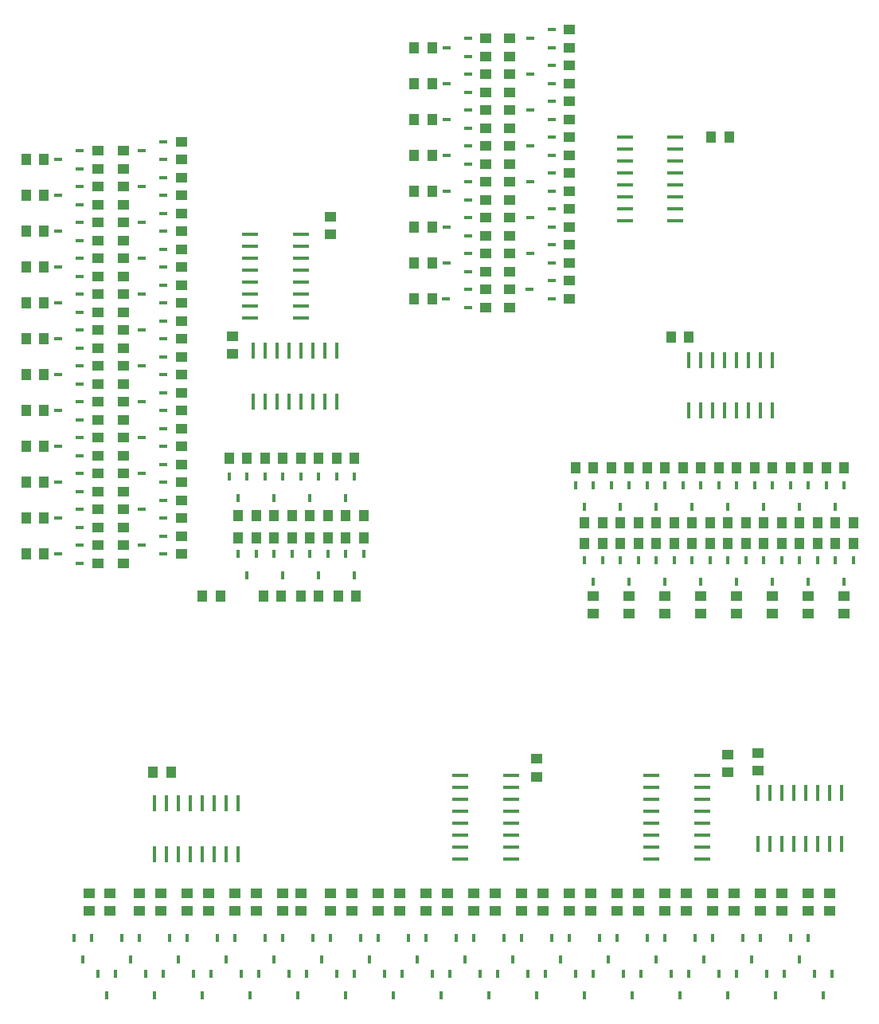
<source format=gbr>
G04 DipTrace 2.4.0.2*
%INTop_Solder.gbr*%
%MOMM*%
%ADD51R,0.45X0.85*%
%ADD53R,0.85X0.45*%
%ADD55R,0.4X1.8*%
%ADD57R,1.8X0.4*%
%ADD59R,1.1X1.3*%
%ADD61R,1.3X1.1*%
%FSLAX53Y53*%
G04*
G71*
G90*
G75*
G01*
%LNTopPaste*%
%LPD*%
D61*
X33655Y72078D3*
Y73978D3*
D59*
X82228Y73819D3*
X80328D3*
X84616Y95094D3*
X86516D3*
D61*
X44133Y84778D3*
Y86678D3*
X86360Y29522D3*
Y27622D3*
D59*
X27146Y27623D3*
X25246D3*
D61*
X89538Y29684D3*
Y27784D3*
X66040Y29046D3*
Y27146D3*
D57*
X75405Y95090D3*
Y93820D3*
Y92550D3*
Y91280D3*
Y90010D3*
Y88740D3*
Y87470D3*
Y86200D3*
X80805D3*
Y87470D3*
Y88740D3*
Y90010D3*
Y91280D3*
Y92550D3*
Y93820D3*
Y95090D3*
X35560Y84773D3*
Y83503D3*
Y82233D3*
Y80963D3*
Y79693D3*
Y78422D3*
Y77153D3*
Y75883D3*
X40960D3*
Y77153D3*
Y78422D3*
Y79693D3*
Y80963D3*
Y82233D3*
Y83503D3*
Y84773D3*
D55*
X35877Y66992D3*
X37148D3*
X38417D3*
X39688D3*
X40958D3*
X42227D3*
X43498D3*
X44768D3*
Y72392D3*
X43498D3*
X42227D3*
X40958D3*
X39688D3*
X38417D3*
X37148D3*
X35877D3*
X82233Y66040D3*
X83503D3*
X84773D3*
X86043D3*
X87312D3*
X88583D3*
X89853D3*
X91123D3*
Y71440D3*
X89853D3*
X88583D3*
X87312D3*
X86043D3*
X84773D3*
X83503D3*
X82233D3*
X25401Y18890D3*
X26671D3*
X27941D3*
X29211D3*
X30481D3*
X31751D3*
X33021D3*
X34291D3*
Y24290D3*
X33021D3*
X31751D3*
X30481D3*
X29211D3*
X27941D3*
X26671D3*
X25401D3*
D57*
X57944Y27305D3*
Y26035D3*
Y24765D3*
Y23495D3*
Y22225D3*
Y20955D3*
Y19685D3*
Y18415D3*
X63344D3*
Y19685D3*
Y20955D3*
Y22225D3*
Y23495D3*
Y24765D3*
Y26035D3*
Y27305D3*
X78264D3*
Y26035D3*
Y24765D3*
Y23495D3*
Y22225D3*
Y20955D3*
Y19685D3*
Y18415D3*
X83664D3*
Y19685D3*
Y20955D3*
Y22225D3*
Y23495D3*
Y24765D3*
Y26035D3*
Y27305D3*
D55*
X89535Y20003D3*
X90805D3*
X92075D3*
X93345D3*
X94615D3*
X95885D3*
X97155D3*
X98425D3*
Y25403D3*
X97155D3*
X95885D3*
X94615D3*
X93345D3*
X92075D3*
X90805D3*
X89535D3*
D59*
X54917Y104628D3*
X53017D3*
X54917Y100818D3*
X53017D3*
X54917Y97008D3*
X53017D3*
X54917Y93198D3*
X53017D3*
X54917Y89388D3*
X53017D3*
X54917Y85578D3*
X53017D3*
X54917Y81768D3*
X53017D3*
X54915Y77960D3*
X53015D3*
X13650Y92712D3*
X11750D3*
X13650Y88902D3*
X11750D3*
X13650Y85093D3*
X11750D3*
X13650Y81282D3*
X11750D3*
X13650Y77472D3*
X11750D3*
X13650Y73663D3*
X11750D3*
X13650Y69853D3*
X11750D3*
X13650Y66043D3*
X11750D3*
X13650Y62232D3*
X11750D3*
X13650Y58422D3*
X11750D3*
X13650Y54613D3*
X11750D3*
X13650Y50803D3*
X11750D3*
X32385Y46355D3*
X30485D3*
X38894D3*
X36994D3*
X42860Y46357D3*
X40960D3*
X46826Y46355D3*
X44926D3*
D61*
X72070Y46352D3*
Y44453D3*
X75880Y46352D3*
Y44453D3*
X79690Y46352D3*
Y44453D3*
X83500Y46353D3*
Y44453D3*
X87310Y46352D3*
Y44453D3*
X91120Y46352D3*
Y44453D3*
X94930Y46352D3*
Y44453D3*
X98740Y46352D3*
Y44453D3*
X60635Y103673D3*
Y105573D3*
Y99863D3*
Y101763D3*
Y96053D3*
Y97953D3*
Y92243D3*
Y94143D3*
Y88433D3*
Y90333D3*
Y84623D3*
Y86523D3*
Y80813D3*
Y82713D3*
X60632Y77005D3*
Y78905D3*
X19367Y91757D3*
Y93658D3*
Y87947D3*
Y89848D3*
Y84138D3*
Y86038D3*
Y80328D3*
Y82228D3*
Y76517D3*
Y78418D3*
Y72707D3*
Y74608D3*
Y68897D3*
Y70797D3*
Y65088D3*
Y66987D3*
Y61278D3*
Y63178D3*
Y57468D3*
Y59367D3*
Y53657D3*
Y55557D3*
Y49847D3*
Y51747D3*
D59*
X36195Y52546D3*
X34295D3*
X40005D3*
X38105D3*
X43815D3*
X41915D3*
X47625D3*
X45725D3*
X73025Y51911D3*
X71125D3*
X76835D3*
X74935D3*
X80645D3*
X78745D3*
X84455D3*
X82555D3*
X88265D3*
X86365D3*
X92075D3*
X90175D3*
X95885D3*
X93985D3*
X99695D3*
X97795D3*
D61*
X63175Y103673D3*
Y105573D3*
Y99863D3*
Y101763D3*
Y96053D3*
Y97953D3*
Y92243D3*
Y94143D3*
Y88433D3*
Y90333D3*
Y84623D3*
Y86523D3*
Y80813D3*
Y82713D3*
X63172Y77005D3*
Y78905D3*
X22066Y91757D3*
Y93658D3*
Y87947D3*
Y89848D3*
Y84138D3*
Y86038D3*
Y80328D3*
Y82228D3*
Y76517D3*
Y78418D3*
Y72707D3*
Y74608D3*
Y68897D3*
Y70797D3*
Y65088D3*
Y66987D3*
Y61278D3*
Y63178D3*
Y57468D3*
Y59367D3*
Y53657D3*
Y55557D3*
Y49847D3*
Y51747D3*
D59*
X36195Y54928D3*
X34295D3*
X40005D3*
X38105D3*
X43815D3*
X41915D3*
X47625D3*
X45725D3*
X73025Y54134D3*
X71125D3*
X76835D3*
X74935D3*
X80645D3*
X78745D3*
X84455D3*
X82555D3*
X88265D3*
X86365D3*
X92075D3*
X90175D3*
X95885D3*
X93985D3*
X99695D3*
X97795D3*
D61*
X69527Y106528D3*
Y104628D3*
Y102718D3*
Y100818D3*
Y98908D3*
Y97008D3*
Y95098D3*
Y93198D3*
Y91288D3*
Y89388D3*
Y87478D3*
Y85578D3*
Y83668D3*
Y81768D3*
X69525Y79860D3*
Y77960D3*
X28260Y94613D3*
Y92712D3*
Y90803D3*
Y88902D3*
Y86993D3*
Y85093D3*
Y83182D3*
Y81282D3*
Y79372D3*
Y77472D3*
Y75563D3*
Y73663D3*
Y71752D3*
Y69853D3*
Y67942D3*
Y66043D3*
Y64133D3*
Y62233D3*
Y60322D3*
Y58423D3*
Y56512D3*
Y54613D3*
Y52702D3*
Y50803D3*
D59*
X33340Y60962D3*
X35240D3*
X37150D3*
X39050D3*
X40960D3*
X42860D3*
X44770D3*
X46670D3*
X70170Y60010D3*
X72070D3*
X73980D3*
X75880D3*
X77790D3*
X79690D3*
X81600D3*
X83500D3*
X85410D3*
X87310D3*
X89220D3*
X91120D3*
X93030D3*
X94930D3*
X96840D3*
X98740D3*
D61*
X36196Y14763D3*
Y12862D3*
X33974Y14763D3*
Y12862D3*
X31116Y14763D3*
Y12862D3*
X28894Y14763D3*
Y12862D3*
X26036Y14763D3*
Y12862D3*
X23814Y14763D3*
Y12862D3*
X20639Y14763D3*
Y12862D3*
X18416Y14763D3*
Y12862D3*
X56516Y14763D3*
Y12862D3*
X54294Y14763D3*
Y12862D3*
X51436Y14763D3*
Y12862D3*
X49214Y14763D3*
Y12862D3*
X46356Y14763D3*
Y12862D3*
X44134Y14763D3*
Y12862D3*
X40959Y14763D3*
Y12862D3*
X39054Y14763D3*
Y12862D3*
X76836Y14763D3*
Y12862D3*
X74614Y14763D3*
Y12862D3*
X71756Y14763D3*
Y12862D3*
X69534Y14763D3*
Y12862D3*
X66676Y14763D3*
Y12862D3*
X64454Y14763D3*
Y12862D3*
X61596Y14763D3*
Y12862D3*
X59374Y14763D3*
Y12862D3*
X97156Y14763D3*
Y12862D3*
X94934Y14763D3*
Y12862D3*
X92076Y14763D3*
Y12862D3*
X89854Y14763D3*
Y12862D3*
X86996Y14763D3*
Y12862D3*
X84774Y14763D3*
Y12862D3*
X81916Y14763D3*
Y12862D3*
X79694Y14763D3*
Y12862D3*
D53*
X58730Y103673D3*
Y105573D3*
X56430Y104623D3*
X58730Y99863D3*
Y101763D3*
X56430Y100813D3*
X58730Y96053D3*
Y97953D3*
X56430Y97003D3*
X58730Y92243D3*
Y94143D3*
X56430Y93193D3*
X58730Y88433D3*
Y90333D3*
X56430Y89383D3*
X58730Y84623D3*
Y86523D3*
X56430Y85573D3*
X58730Y80813D3*
Y82713D3*
X56430Y81763D3*
X58727Y77005D3*
Y78905D3*
X56427Y77955D3*
X17462Y91757D3*
Y93658D3*
X15162Y92707D3*
X17462Y87947D3*
Y89848D3*
X15162Y88897D3*
X17462Y84138D3*
Y86038D3*
X15162Y85087D3*
X17462Y80328D3*
Y82227D3*
X15162Y81277D3*
X17462Y76517D3*
Y78418D3*
X15162Y77468D3*
X17462Y72707D3*
Y74608D3*
X15162Y73657D3*
X17462Y68897D3*
Y70797D3*
X15162Y69847D3*
X17462Y65088D3*
Y66987D3*
X15162Y66038D3*
X17462Y61278D3*
Y63178D3*
X15162Y62227D3*
X17462Y57468D3*
Y59367D3*
X15162Y58417D3*
X17462Y53657D3*
Y55557D3*
X15162Y54607D3*
X17462Y49847D3*
Y51747D3*
X15162Y50797D3*
D51*
X36195Y50800D3*
X34295D3*
X35245Y48500D3*
X40005Y50800D3*
X38105D3*
X39055Y48500D3*
X43815Y50800D3*
X41915D3*
X42865Y48500D3*
X47625Y50800D3*
X45725D3*
X46675Y48500D3*
X73025Y50165D3*
X71125D3*
X72075Y47865D3*
X76835Y50165D3*
X74935D3*
X75885Y47865D3*
X80645Y50165D3*
X78745D3*
X79695Y47865D3*
X84455Y50165D3*
X82555D3*
X83505Y47865D3*
X88265Y50165D3*
X86365D3*
X87315Y47865D3*
X92075Y50165D3*
X90175D3*
X91125Y47865D3*
X95885Y50165D3*
X93985D3*
X94935Y47865D3*
X99695Y50165D3*
X97795D3*
X98745Y47865D3*
D53*
X67620Y104625D3*
Y106525D3*
X65320Y105575D3*
X67620Y100815D3*
Y102715D3*
X65320Y101765D3*
X67620Y97005D3*
Y98905D3*
X65320Y97955D3*
X67620Y93195D3*
Y95095D3*
X65320Y94145D3*
X67620Y89385D3*
Y91285D3*
X65320Y90335D3*
X67620Y85575D3*
Y87475D3*
X65320Y86525D3*
X67620Y81765D3*
Y83665D3*
X65320Y82715D3*
X67617Y77958D3*
Y79858D3*
X65317Y78908D3*
X26353Y92710D3*
Y94610D3*
X24052Y93660D3*
X26353Y88900D3*
Y90800D3*
X24052Y89850D3*
X26353Y85090D3*
Y86990D3*
X24052Y86040D3*
X26353Y81280D3*
Y83180D3*
X24052Y82230D3*
X26353Y77470D3*
Y79370D3*
X24052Y78420D3*
X26353Y73660D3*
Y75560D3*
X24052Y74610D3*
X26353Y69850D3*
Y71750D3*
X24052Y70800D3*
X26353Y66040D3*
Y67940D3*
X24052Y66990D3*
X26353Y62230D3*
Y64130D3*
X24052Y63180D3*
X26353Y58420D3*
Y60320D3*
X24052Y59370D3*
X26353Y54610D3*
Y56510D3*
X24052Y55560D3*
X26353Y50800D3*
Y52700D3*
X24052Y51750D3*
D51*
X35242Y59055D3*
X33343D3*
X34292Y56755D3*
X39053Y59055D3*
X37153D3*
X38102Y56755D3*
X42863Y59055D3*
X40963D3*
X41913Y56755D3*
X46673Y59055D3*
X44773D3*
X45723Y56755D3*
X72073Y58102D3*
X70172D3*
X71123Y55802D3*
X75883Y58102D3*
X73983D3*
X74933Y55802D3*
X79692Y58102D3*
X77793D3*
X78742Y55802D3*
X83502Y58102D3*
X81603D3*
X82552Y55802D3*
X87312Y58102D3*
X85412D3*
X86362Y55802D3*
X91123Y58102D3*
X89222D3*
X90172Y55802D3*
X94933Y58102D3*
X93032D3*
X93983Y55802D3*
X98743Y58102D3*
X96842D3*
X97793Y55802D3*
X36514Y6190D3*
X34614D3*
X35564Y3890D3*
X33974Y10000D3*
X32074D3*
X33024Y7700D3*
X31434Y6190D3*
X29534D3*
X30484Y3890D3*
X28894Y10000D3*
X26994D3*
X27944Y7700D3*
X26354Y6190D3*
X24454D3*
X25404Y3890D3*
X23814Y10000D3*
X21914D3*
X22864Y7700D3*
X21274Y6190D3*
X19374D3*
X20324Y3890D3*
X18734Y10000D3*
X16834D3*
X17784Y7700D3*
X56834Y6190D3*
X54934D3*
X55884Y3890D3*
X54294Y10000D3*
X52394D3*
X53344Y7700D3*
X51754Y6190D3*
X49854D3*
X50804Y3890D3*
X49214Y10000D3*
X47314D3*
X48264Y7700D3*
X46674Y6190D3*
X44774D3*
X45724Y3890D3*
X44134Y10000D3*
X42234D3*
X43184Y7700D3*
X41594Y6190D3*
X39694D3*
X40644Y3890D3*
X39054Y10000D3*
X37154D3*
X38104Y7700D3*
X77154Y6190D3*
X75254D3*
X76204Y3890D3*
X74614Y10000D3*
X72714D3*
X73664Y7700D3*
X72074Y6190D3*
X70174D3*
X71124Y3890D3*
X69534Y10000D3*
X67634D3*
X68584Y7700D3*
X66994Y6190D3*
X65094D3*
X66044Y3890D3*
X64454Y10000D3*
X62554D3*
X63504Y7700D3*
X61914Y6190D3*
X60014D3*
X60964Y3890D3*
X59374Y10000D3*
X57474D3*
X58424Y7700D3*
X97474Y6190D3*
X95574D3*
X96524Y3890D3*
X94934Y10000D3*
X93034D3*
X93984Y7700D3*
X92394Y6190D3*
X90494D3*
X91444Y3890D3*
X89854Y10000D3*
X87954D3*
X88904Y7700D3*
X87314Y6190D3*
X85414D3*
X86364Y3890D3*
X84774Y10000D3*
X82874D3*
X83824Y7700D3*
X82234Y6190D3*
X80334D3*
X81284Y3890D3*
X79694Y10000D3*
X77794D3*
X78744Y7700D3*
M02*

</source>
